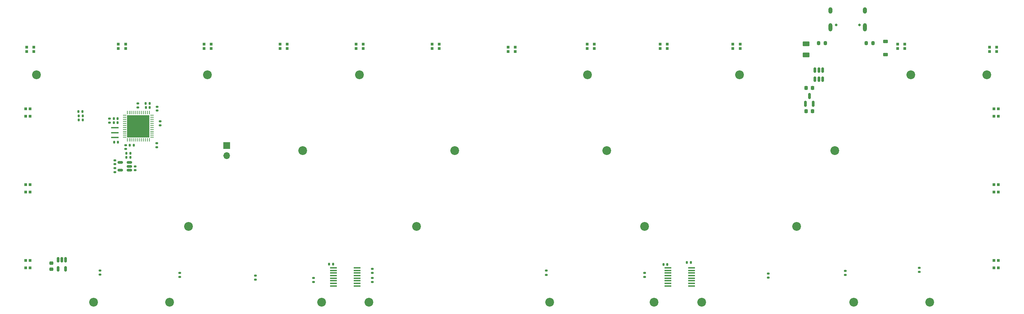
<source format=gbr>
%TF.GenerationSoftware,KiCad,Pcbnew,(7.0.0)*%
%TF.CreationDate,2024-04-06T15:18:24+02:00*%
%TF.ProjectId,forti EC,666f7274-6920-4454-932e-6b696361645f,rev?*%
%TF.SameCoordinates,Original*%
%TF.FileFunction,Soldermask,Bot*%
%TF.FilePolarity,Negative*%
%FSLAX46Y46*%
G04 Gerber Fmt 4.6, Leading zero omitted, Abs format (unit mm)*
G04 Created by KiCad (PCBNEW (7.0.0)) date 2024-04-06 15:18:24*
%MOMM*%
%LPD*%
G01*
G04 APERTURE LIST*
G04 Aperture macros list*
%AMRoundRect*
0 Rectangle with rounded corners*
0 $1 Rounding radius*
0 $2 $3 $4 $5 $6 $7 $8 $9 X,Y pos of 4 corners*
0 Add a 4 corners polygon primitive as box body*
4,1,4,$2,$3,$4,$5,$6,$7,$8,$9,$2,$3,0*
0 Add four circle primitives for the rounded corners*
1,1,$1+$1,$2,$3*
1,1,$1+$1,$4,$5*
1,1,$1+$1,$6,$7*
1,1,$1+$1,$8,$9*
0 Add four rect primitives between the rounded corners*
20,1,$1+$1,$2,$3,$4,$5,0*
20,1,$1+$1,$4,$5,$6,$7,0*
20,1,$1+$1,$6,$7,$8,$9,0*
20,1,$1+$1,$8,$9,$2,$3,0*%
G04 Aperture macros list end*
%ADD10C,2.200000*%
%ADD11C,0.650000*%
%ADD12O,1.000000X2.100000*%
%ADD13O,1.000000X1.600000*%
%ADD14RoundRect,0.105000X-0.245000X0.245000X-0.245000X-0.245000X0.245000X-0.245000X0.245000X0.245000X0*%
%ADD15RoundRect,0.135000X-0.185000X0.135000X-0.185000X-0.135000X0.185000X-0.135000X0.185000X0.135000X0*%
%ADD16RoundRect,0.105000X0.245000X0.245000X-0.245000X0.245000X-0.245000X-0.245000X0.245000X-0.245000X0*%
%ADD17RoundRect,0.062500X-0.375000X-0.062500X0.375000X-0.062500X0.375000X0.062500X-0.375000X0.062500X0*%
%ADD18RoundRect,0.062500X-0.062500X-0.375000X0.062500X-0.375000X0.062500X0.375000X-0.062500X0.375000X0*%
%ADD19R,5.600000X5.600000*%
%ADD20RoundRect,0.135000X0.185000X-0.135000X0.185000X0.135000X-0.185000X0.135000X-0.185000X-0.135000X0*%
%ADD21RoundRect,0.200000X-0.200000X-0.275000X0.200000X-0.275000X0.200000X0.275000X-0.200000X0.275000X0*%
%ADD22RoundRect,0.140000X0.140000X0.170000X-0.140000X0.170000X-0.140000X-0.170000X0.140000X-0.170000X0*%
%ADD23RoundRect,0.135000X-0.135000X-0.185000X0.135000X-0.185000X0.135000X0.185000X-0.135000X0.185000X0*%
%ADD24RoundRect,0.140000X0.170000X-0.140000X0.170000X0.140000X-0.170000X0.140000X-0.170000X-0.140000X0*%
%ADD25RoundRect,0.200000X0.200000X0.275000X-0.200000X0.275000X-0.200000X-0.275000X0.200000X-0.275000X0*%
%ADD26R,1.900000X0.400000*%
%ADD27R,1.700000X1.700000*%
%ADD28O,1.700000X1.700000*%
%ADD29RoundRect,0.135000X0.135000X0.185000X-0.135000X0.185000X-0.135000X-0.185000X0.135000X-0.185000X0*%
%ADD30RoundRect,0.150000X0.512500X0.150000X-0.512500X0.150000X-0.512500X-0.150000X0.512500X-0.150000X0*%
%ADD31RoundRect,0.105000X0.245000X-0.245000X0.245000X0.245000X-0.245000X0.245000X-0.245000X-0.245000X0*%
%ADD32R,1.778000X0.419100*%
%ADD33RoundRect,0.150000X-0.150000X0.512500X-0.150000X-0.512500X0.150000X-0.512500X0.150000X0.512500X0*%
%ADD34RoundRect,0.225000X0.375000X-0.225000X0.375000X0.225000X-0.375000X0.225000X-0.375000X-0.225000X0*%
%ADD35RoundRect,0.140000X-0.140000X-0.170000X0.140000X-0.170000X0.140000X0.170000X-0.140000X0.170000X0*%
%ADD36RoundRect,0.140000X-0.170000X0.140000X-0.170000X-0.140000X0.170000X-0.140000X0.170000X0.140000X0*%
%ADD37RoundRect,0.150000X0.150000X-0.587500X0.150000X0.587500X-0.150000X0.587500X-0.150000X-0.587500X0*%
%ADD38RoundRect,0.150000X0.150000X-0.512500X0.150000X0.512500X-0.150000X0.512500X-0.150000X-0.512500X0*%
%ADD39RoundRect,0.225000X0.225000X0.250000X-0.225000X0.250000X-0.225000X-0.250000X0.225000X-0.250000X0*%
%ADD40RoundRect,0.225000X-0.250000X0.225000X-0.250000X-0.225000X0.250000X-0.225000X0.250000X0.225000X0*%
%ADD41RoundRect,0.250000X-0.625000X0.375000X-0.625000X-0.375000X0.625000X-0.375000X0.625000X0.375000X0*%
%ADD42RoundRect,0.225000X-0.225000X-0.250000X0.225000X-0.250000X0.225000X0.250000X-0.225000X0.250000X0*%
G04 APERTURE END LIST*
D10*
%TO.C,H22*%
X135731250Y-60325000D03*
%TD*%
%TO.C,H3*%
X111918750Y-41275000D03*
%TD*%
D11*
%TO.C,J2*%
X237159115Y-28793750D03*
X231379115Y-28793750D03*
D12*
X238589114Y-29323749D03*
D13*
X238589114Y-25143749D03*
D12*
X229949114Y-29323749D03*
D13*
X229949114Y-25143749D03*
%TD*%
D10*
%TO.C,H15*%
X207168750Y-41275000D03*
%TD*%
%TO.C,H17*%
X254793750Y-98425000D03*
%TD*%
%TO.C,H4*%
X169068750Y-41275000D03*
%TD*%
%TO.C,H6*%
X97631250Y-60325000D03*
%TD*%
%TO.C,H2*%
X73818750Y-41275000D03*
%TD*%
%TO.C,H9*%
X69056250Y-79375000D03*
%TD*%
%TO.C,H1*%
X30956250Y-41275000D03*
%TD*%
%TO.C,H5*%
X250031250Y-41275000D03*
%TD*%
%TO.C,H13*%
X185737500Y-98425000D03*
%TD*%
%TO.C,H7*%
X173831250Y-60325000D03*
%TD*%
%TO.C,H18*%
X102393750Y-98425000D03*
%TD*%
%TO.C,H11*%
X183356250Y-79375000D03*
%TD*%
%TO.C,H20*%
X64293750Y-98425000D03*
%TD*%
%TO.C,H23*%
X159543750Y-98425000D03*
%TD*%
%TO.C,H19*%
X197643750Y-98425000D03*
%TD*%
%TO.C,H16*%
X45243750Y-98425000D03*
%TD*%
%TO.C,H12*%
X114300000Y-98425000D03*
%TD*%
%TO.C,H24*%
X269081250Y-41275000D03*
%TD*%
%TO.C,H10*%
X126206250Y-79375000D03*
%TD*%
%TO.C,H14*%
X221456250Y-79375000D03*
%TD*%
%TO.C,H21*%
X235743750Y-98425000D03*
%TD*%
%TO.C,H8*%
X230981250Y-60325000D03*
%TD*%
D14*
%TO.C,LED2*%
X28268750Y-68935000D03*
X29368750Y-68935000D03*
X29368750Y-70765000D03*
X28268750Y-70765000D03*
%TD*%
D15*
%TO.C,R24*%
X49212500Y-52311250D03*
X49212500Y-53331250D03*
%TD*%
D16*
%TO.C,LED23*%
X150933750Y-34375000D03*
X150933750Y-35475000D03*
X149103750Y-35475000D03*
X149103750Y-34375000D03*
%TD*%
D17*
%TO.C,U8*%
X53012500Y-56975000D03*
X53012500Y-56475000D03*
X53012500Y-55975000D03*
X53012500Y-55475000D03*
X53012500Y-54975000D03*
X53012500Y-54475000D03*
X53012500Y-53975000D03*
X53012500Y-53475000D03*
X53012500Y-52975000D03*
X53012500Y-52475000D03*
X53012500Y-51975000D03*
X53012500Y-51475000D03*
D18*
X53700000Y-50787500D03*
X54200000Y-50787500D03*
X54700000Y-50787500D03*
X55200000Y-50787500D03*
X55700000Y-50787500D03*
X56200000Y-50787500D03*
X56700000Y-50787500D03*
X57200000Y-50787500D03*
X57700000Y-50787500D03*
X58200000Y-50787500D03*
X58700000Y-50787500D03*
X59200000Y-50787500D03*
D17*
X59887500Y-51475000D03*
X59887500Y-51975000D03*
X59887500Y-52475000D03*
X59887500Y-52975000D03*
X59887500Y-53475000D03*
X59887500Y-53975000D03*
X59887500Y-54475000D03*
X59887500Y-54975000D03*
X59887500Y-55475000D03*
X59887500Y-55975000D03*
X59887500Y-56475000D03*
X59887500Y-56975000D03*
D18*
X59200000Y-57662500D03*
X58700000Y-57662500D03*
X58200000Y-57662500D03*
X57700000Y-57662500D03*
X57200000Y-57662500D03*
X56700000Y-57662500D03*
X56200000Y-57662500D03*
X55700000Y-57662500D03*
X55200000Y-57662500D03*
X54700000Y-57662500D03*
X54200000Y-57662500D03*
X53700000Y-57662500D03*
D19*
X56449999Y-54224999D03*
%TD*%
D20*
%TO.C,R17*%
X61912500Y-53975000D03*
X61912500Y-52955000D03*
%TD*%
D21*
%TO.C,R1*%
X238918750Y-33337500D03*
X240568750Y-33337500D03*
%TD*%
D22*
%TO.C,C22*%
X51280000Y-53281250D03*
X50320000Y-53281250D03*
%TD*%
D15*
%TO.C,R8*%
X100336691Y-92358750D03*
X100336691Y-93378750D03*
%TD*%
D23*
%TO.C,R11*%
X193948643Y-88418191D03*
X194968643Y-88418191D03*
%TD*%
D24*
%TO.C,C4*%
X55705048Y-65257684D03*
X55705048Y-64297684D03*
%TD*%
D16*
%TO.C,LED25*%
X93783750Y-33581250D03*
X93783750Y-34681250D03*
X91953750Y-34681250D03*
X91953750Y-33581250D03*
%TD*%
D15*
%TO.C,R18*%
X115093750Y-92358750D03*
X115093750Y-93378750D03*
%TD*%
D25*
%TO.C,R2*%
X228631250Y-33337500D03*
X226981250Y-33337500D03*
%TD*%
D22*
%TO.C,C17*%
X51373750Y-58193750D03*
X50413750Y-58193750D03*
%TD*%
D16*
%TO.C,LED30*%
X131883750Y-33581250D03*
X131883750Y-34681250D03*
X130053750Y-34681250D03*
X130053750Y-33581250D03*
%TD*%
%TO.C,LED21*%
X189033750Y-33581250D03*
X189033750Y-34681250D03*
X187203750Y-34681250D03*
X187203750Y-33581250D03*
%TD*%
D26*
%TO.C,Y1*%
X50593749Y-54612499D03*
X50593749Y-55812499D03*
X50593749Y-57012499D03*
%TD*%
D27*
%TO.C,SW1*%
X78581249Y-59049999D03*
D28*
X78581249Y-61589999D03*
%TD*%
D16*
%TO.C,LED20*%
X207290000Y-33581250D03*
X207290000Y-34681250D03*
X205460000Y-34681250D03*
X205460000Y-33581250D03*
%TD*%
D29*
%TO.C,R26*%
X54485000Y-62029065D03*
X53465000Y-62029065D03*
%TD*%
D15*
%TO.C,R15*%
X252187965Y-89783782D03*
X252187965Y-90803782D03*
%TD*%
D30*
%TO.C,U3*%
X54260288Y-63343750D03*
X54260288Y-64293750D03*
X54260288Y-65243750D03*
X51985288Y-65243750D03*
X51985288Y-63343750D03*
%TD*%
D15*
%TO.C,R5*%
X66859797Y-91106023D03*
X66859797Y-92126023D03*
%TD*%
D31*
%TO.C,LED16*%
X272012500Y-70765000D03*
X270912500Y-70765000D03*
X270912500Y-68935000D03*
X272012500Y-68935000D03*
%TD*%
D32*
%TO.C,U7*%
X195161839Y-89801699D03*
X195161839Y-90451939D03*
X195161839Y-91102179D03*
X195161839Y-91752419D03*
X195161839Y-92397579D03*
X195161839Y-93047819D03*
X195161839Y-93698059D03*
X195161839Y-94348299D03*
X189213159Y-94348299D03*
X189213159Y-93698059D03*
X189213159Y-93047819D03*
X189213159Y-92397579D03*
X189213159Y-91752419D03*
X189213159Y-91102179D03*
X189213159Y-90451939D03*
X189213159Y-89801699D03*
%TD*%
D16*
%TO.C,LED26*%
X74733750Y-33581250D03*
X74733750Y-34681250D03*
X72903750Y-34681250D03*
X72903750Y-33581250D03*
%TD*%
D33*
%TO.C,U4*%
X36356250Y-87762500D03*
X37306250Y-87762500D03*
X38256250Y-87762500D03*
X38256250Y-90037500D03*
X36356250Y-90037500D03*
%TD*%
D16*
%TO.C,LED31*%
X53302500Y-33581250D03*
X53302500Y-34681250D03*
X51472500Y-34681250D03*
X51472500Y-33581250D03*
%TD*%
D32*
%TO.C,U5*%
X111324339Y-89801699D03*
X111324339Y-90451939D03*
X111324339Y-91102179D03*
X111324339Y-91752419D03*
X111324339Y-92397579D03*
X111324339Y-93047819D03*
X111324339Y-93698059D03*
X111324339Y-94348299D03*
X105375659Y-94348299D03*
X105375659Y-93698059D03*
X105375659Y-93047819D03*
X105375659Y-92397579D03*
X105375659Y-91752419D03*
X105375659Y-91102179D03*
X105375659Y-90451939D03*
X105375659Y-89801699D03*
%TD*%
D34*
%TO.C,D_PWR1*%
X243681250Y-36172840D03*
X243681250Y-32872840D03*
%TD*%
D14*
%TO.C,LED1*%
X28268750Y-49885000D03*
X29368750Y-49885000D03*
X29368750Y-51715000D03*
X28268750Y-51715000D03*
%TD*%
D15*
%TO.C,R14*%
X214312500Y-91281250D03*
X214312500Y-92301250D03*
%TD*%
D16*
%TO.C,LED19*%
X248565000Y-33581250D03*
X248565000Y-34681250D03*
X246735000Y-34681250D03*
X246735000Y-33581250D03*
%TD*%
D31*
%TO.C,LED15*%
X272012500Y-89815000D03*
X270912500Y-89815000D03*
X270912500Y-87985000D03*
X272012500Y-87985000D03*
%TD*%
D15*
%TO.C,R12*%
X183336947Y-91098718D03*
X183336947Y-92118718D03*
%TD*%
D31*
%TO.C,LED17*%
X272012500Y-51715000D03*
X270912500Y-51715000D03*
X270912500Y-49885000D03*
X272012500Y-49885000D03*
%TD*%
D35*
%TO.C,C16*%
X58351250Y-49462500D03*
X59311250Y-49462500D03*
%TD*%
D36*
%TO.C,C19*%
X61118750Y-58507500D03*
X61118750Y-59467500D03*
%TD*%
D24*
%TO.C,C3*%
X50566538Y-63769503D03*
X50566538Y-62809503D03*
%TD*%
D36*
%TO.C,C20*%
X53275000Y-58951250D03*
X53275000Y-59911250D03*
%TD*%
D37*
%TO.C,U2*%
X225581250Y-48532386D03*
X223681250Y-48532386D03*
X224631250Y-46657386D03*
%TD*%
D16*
%TO.C,LED18*%
X271583750Y-34375000D03*
X271583750Y-35475000D03*
X269753750Y-35475000D03*
X269753750Y-34375000D03*
%TD*%
%TO.C,LED27*%
X30283750Y-34375000D03*
X30283750Y-35475000D03*
X28453750Y-35475000D03*
X28453750Y-34375000D03*
%TD*%
D22*
%TO.C,C21*%
X51280000Y-52337500D03*
X50320000Y-52337500D03*
%TD*%
D20*
%TO.C,R23*%
X50578259Y-65734247D03*
X50578259Y-64714247D03*
%TD*%
D15*
%TO.C,R7*%
X46831250Y-90487500D03*
X46831250Y-91507500D03*
%TD*%
D29*
%TO.C,R25*%
X59341250Y-48468750D03*
X58321250Y-48468750D03*
%TD*%
D22*
%TO.C,C10*%
X105255000Y-88900000D03*
X104295000Y-88900000D03*
%TD*%
D38*
%TO.C,U1*%
X227962500Y-42412500D03*
X227012500Y-42412500D03*
X226062500Y-42412500D03*
X226062500Y-40137500D03*
X227012500Y-40137500D03*
X227962500Y-40137500D03*
%TD*%
D15*
%TO.C,R22*%
X56349625Y-48470642D03*
X56349625Y-49490642D03*
%TD*%
D16*
%TO.C,LED24*%
X112833750Y-33581250D03*
X112833750Y-34681250D03*
X111003750Y-34681250D03*
X111003750Y-33581250D03*
%TD*%
D39*
%TO.C,C2*%
X225407058Y-50424759D03*
X223857058Y-50424759D03*
%TD*%
D29*
%TO.C,R27*%
X55372500Y-58987500D03*
X54352500Y-58987500D03*
%TD*%
D15*
%TO.C,R16*%
X233614521Y-90547112D03*
X233614521Y-91567112D03*
%TD*%
D29*
%TO.C,R20*%
X42512505Y-51593750D03*
X41492505Y-51593750D03*
%TD*%
D40*
%TO.C,C12*%
X34692920Y-88600438D03*
X34692920Y-90150438D03*
%TD*%
D29*
%TO.C,R6*%
X54485000Y-61020669D03*
X53465000Y-61020669D03*
%TD*%
D15*
%TO.C,R13*%
X158719886Y-90521552D03*
X158719886Y-91541552D03*
%TD*%
D41*
%TO.C,F1*%
X223837500Y-33525000D03*
X223837500Y-36325000D03*
%TD*%
D29*
%TO.C,R19*%
X42525754Y-52602880D03*
X41505754Y-52602880D03*
%TD*%
D16*
%TO.C,LED22*%
X170777500Y-33581250D03*
X170777500Y-34681250D03*
X168947500Y-34681250D03*
X168947500Y-33581250D03*
%TD*%
D14*
%TO.C,LED3*%
X28268750Y-87985000D03*
X29368750Y-87985000D03*
X29368750Y-89815000D03*
X28268750Y-89815000D03*
%TD*%
D24*
%TO.C,C18*%
X61212500Y-50292500D03*
X61212500Y-49332500D03*
%TD*%
D15*
%TO.C,R4*%
X85778534Y-91759061D03*
X85778534Y-92779061D03*
%TD*%
D22*
%TO.C,C15*%
X189027024Y-88929977D03*
X188067024Y-88929977D03*
%TD*%
D42*
%TO.C,C1*%
X223856250Y-44632386D03*
X225406250Y-44632386D03*
%TD*%
D20*
%TO.C,R9*%
X115093750Y-91113750D03*
X115093750Y-90093750D03*
%TD*%
D23*
%TO.C,R21*%
X41472631Y-50537229D03*
X42492631Y-50537229D03*
%TD*%
M02*

</source>
